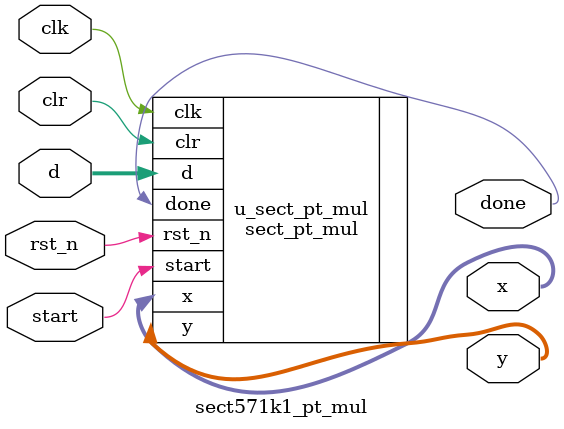
<source format=v>


module sect571k1_pt_mul (
    // System signals
    input clk,                      // system clock
    input rst_n,                    // system asynchronous reset, active low
    input clr,                      // synchronous clear

    // Data interface
    input start,                    // computation start
    input [570:0] d,                // input scalar
    output done,                    // computation done
    output [570:0] x,               // output x coordinate of d*G
    output [570:0] y                // output y coordinate of d*G
);

// Local parameters
localparam M = 571;                 // degree of f(x)
localparam FX = 571'h425;           // binary representation of f(x)
localparam B = 571'h1;              // coefficient b of E
localparam XG = 571'h26eb7a859923fbc82189631f8103fe4ac9ca2970012d5d46024804801841ca44370958493b205e647da304db4ceb08cbbd1ba39494776fb988b47174dca88c7e2945283a01c8972;       // x coordinate of G
localparam YG = 571'h349dc807f4fbf374f4aeade3bca95314dd58cec9f307a54ffc61efc006d8a2c9d4979c0ac44aea74fbebbb9f772aedcb620b01a7ba7af1b320430c8591984f601cd4c143ef1c7a3;       // y coordinate of G
localparam XG_SQR = 571'h1f69630df2af4fb3d1be179f2b7737b5735f9f2bf16cf254dc1f3bcba1cec52d3c4f12da632296541c6db2b575be14d924bbb6c482b7815f1840bbdf036824dd8fc00f40fc07b03;   // squaring of x coordinate of G
localparam XG_INV = 571'h78ec6e73b25a57e889bc828cf60cd244e361957532f61a9792b791e0235f99e496d3b30f7c9568d44de8278f1c18ac8a5e73464fef0b1dc684662c93f54d8a4a8c46955aaf6e4ac;   // inversion of x coordinate of G
localparam NUM_CYCLE_MUL = 9;       // number of computation cycles minus 1 in f2m_mul module (= NUM_SEG)


// Instance
sect_pt_mul #(
    .M              (M),
    .FX             (FX),
    .B              (B),
    .XG             (XG),
    .YG             (YG),
    .XG_SQR         (XG_SQR),
    .XG_INV         (XG_INV),
    .NUM_CYCLE_MUL  (NUM_CYCLE_MUL)
) u_sect_pt_mul (
    .clk            (clk),
    .rst_n          (rst_n),
    .clr            (clr),
    .start          (start),
    .d              (d),
    .done           (done),
    .x              (x),
    .y              (y)
);


endmodule

</source>
